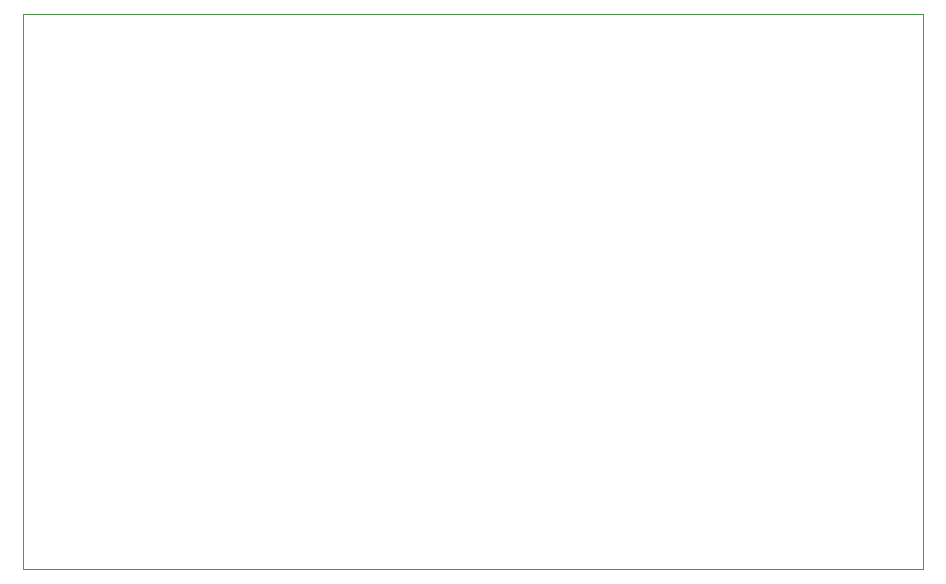
<source format=gbr>
%TF.GenerationSoftware,KiCad,Pcbnew,(6.0.4)*%
%TF.CreationDate,2022-09-17T12:00:04-05:00*%
%TF.ProjectId,WaterGame,57617465-7247-4616-9d65-2e6b69636164,rev?*%
%TF.SameCoordinates,Original*%
%TF.FileFunction,Profile,NP*%
%FSLAX46Y46*%
G04 Gerber Fmt 4.6, Leading zero omitted, Abs format (unit mm)*
G04 Created by KiCad (PCBNEW (6.0.4)) date 2022-09-17 12:00:04*
%MOMM*%
%LPD*%
G01*
G04 APERTURE LIST*
%TA.AperFunction,Profile*%
%ADD10C,0.100000*%
%TD*%
G04 APERTURE END LIST*
D10*
X153670000Y-93980000D02*
X153670000Y-46990000D01*
X77470000Y-93980000D02*
X153670000Y-93980000D01*
X77470000Y-46990000D02*
X77470000Y-93980000D01*
X153670000Y-46990000D02*
X77470000Y-46990000D01*
M02*

</source>
